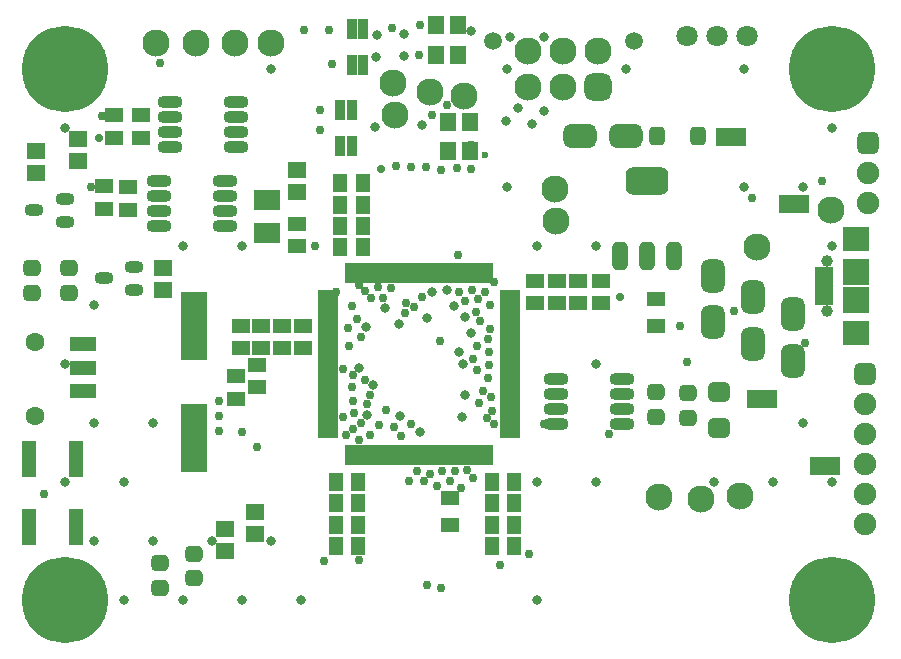
<source format=gts>
G04*
G04 #@! TF.GenerationSoftware,Altium Limited,Altium Designer,23.11.1 (41)*
G04*
G04 Layer_Color=8388736*
%FSLAX44Y44*%
%MOMM*%
G71*
G04*
G04 #@! TF.SameCoordinates,7D8A1DF8-8268-4328-844D-4E12A4ECD314*
G04*
G04*
G04 #@! TF.FilePolarity,Negative*
G04*
G01*
G75*
%ADD42R,2.5000X1.6000*%
G04:AMPARAMS|DCode=43|XSize=1.5mm|YSize=1.4mm|CornerRadius=0.425mm|HoleSize=0mm|Usage=FLASHONLY|Rotation=180.000|XOffset=0mm|YOffset=0mm|HoleType=Round|Shape=RoundedRectangle|*
%AMROUNDEDRECTD43*
21,1,1.5000,0.5500,0,0,180.0*
21,1,0.6500,1.4000,0,0,180.0*
1,1,0.8500,-0.3250,0.2750*
1,1,0.8500,0.3250,0.2750*
1,1,0.8500,0.3250,-0.2750*
1,1,0.8500,-0.3250,-0.2750*
%
%ADD43ROUNDEDRECTD43*%
%ADD44R,1.6000X1.2000*%
%ADD45R,2.3000X5.8000*%
%ADD46R,1.6500X1.4500*%
G04:AMPARAMS|DCode=47|XSize=0.95mm|YSize=1.5mm|CornerRadius=0.3125mm|HoleSize=0mm|Usage=FLASHONLY|Rotation=270.000|XOffset=0mm|YOffset=0mm|HoleType=Round|Shape=RoundedRectangle|*
%AMROUNDEDRECTD47*
21,1,0.9500,0.8750,0,0,270.0*
21,1,0.3250,1.5000,0,0,270.0*
1,1,0.6250,-0.4375,-0.1625*
1,1,0.6250,-0.4375,0.1625*
1,1,0.6250,0.4375,0.1625*
1,1,0.6250,0.4375,-0.1625*
%
%ADD47ROUNDEDRECTD47*%
%ADD48R,1.4500X1.6500*%
%ADD49C,2.3000*%
G04:AMPARAMS|DCode=50|XSize=1.3mm|YSize=2.4mm|CornerRadius=0.4mm|HoleSize=0mm|Usage=FLASHONLY|Rotation=180.000|XOffset=0mm|YOffset=0mm|HoleType=Round|Shape=RoundedRectangle|*
%AMROUNDEDRECTD50*
21,1,1.3000,1.6000,0,0,180.0*
21,1,0.5000,2.4000,0,0,180.0*
1,1,0.8000,-0.2500,0.8000*
1,1,0.8000,0.2500,0.8000*
1,1,0.8000,0.2500,-0.8000*
1,1,0.8000,-0.2500,-0.8000*
%
%ADD50ROUNDEDRECTD50*%
G04:AMPARAMS|DCode=51|XSize=3.6mm|YSize=2.4mm|CornerRadius=0.675mm|HoleSize=0mm|Usage=FLASHONLY|Rotation=180.000|XOffset=0mm|YOffset=0mm|HoleType=Round|Shape=RoundedRectangle|*
%AMROUNDEDRECTD51*
21,1,3.6000,1.0500,0,0,180.0*
21,1,2.2500,2.4000,0,0,180.0*
1,1,1.3500,-1.1250,0.5250*
1,1,1.3500,1.1250,0.5250*
1,1,1.3500,1.1250,-0.5250*
1,1,1.3500,-1.1250,-0.5250*
%
%ADD51ROUNDEDRECTD51*%
G04:AMPARAMS|DCode=52|XSize=0.95mm|YSize=2mm|CornerRadius=0.3125mm|HoleSize=0mm|Usage=FLASHONLY|Rotation=270.000|XOffset=0mm|YOffset=0mm|HoleType=Round|Shape=RoundedRectangle|*
%AMROUNDEDRECTD52*
21,1,0.9500,1.3750,0,0,270.0*
21,1,0.3250,2.0000,0,0,270.0*
1,1,0.6250,-0.6875,-0.1625*
1,1,0.6250,-0.6875,0.1625*
1,1,0.6250,0.6875,0.1625*
1,1,0.6250,0.6875,-0.1625*
%
%ADD52ROUNDEDRECTD52*%
%ADD53R,1.2000X1.6000*%
%ADD54R,1.7750X0.6000*%
%ADD55R,0.6000X1.7750*%
G04:AMPARAMS|DCode=56|XSize=1.6mm|YSize=1.4mm|CornerRadius=0.425mm|HoleSize=0mm|Usage=FLASHONLY|Rotation=270.000|XOffset=0mm|YOffset=0mm|HoleType=Round|Shape=RoundedRectangle|*
%AMROUNDEDRECTD56*
21,1,1.6000,0.5500,0,0,270.0*
21,1,0.7500,1.4000,0,0,270.0*
1,1,0.8500,-0.2750,-0.3750*
1,1,0.8500,-0.2750,0.3750*
1,1,0.8500,0.2750,0.3750*
1,1,0.8500,0.2750,-0.3750*
%
%ADD56ROUNDEDRECTD56*%
%ADD57R,2.2500X1.7000*%
%ADD58R,2.2000X1.3000*%
%ADD59R,1.3000X3.0500*%
%ADD60R,0.8500X1.8000*%
G04:AMPARAMS|DCode=61|XSize=2mm|YSize=2.8mm|CornerRadius=0.575mm|HoleSize=0mm|Usage=FLASHONLY|Rotation=90.000|XOffset=0mm|YOffset=0mm|HoleType=Round|Shape=RoundedRectangle|*
%AMROUNDEDRECTD61*
21,1,2.0000,1.6500,0,0,90.0*
21,1,0.8500,2.8000,0,0,90.0*
1,1,1.1500,0.8250,0.4250*
1,1,1.1500,0.8250,-0.4250*
1,1,1.1500,-0.8250,-0.4250*
1,1,1.1500,-0.8250,0.4250*
%
%ADD61ROUNDEDRECTD61*%
G04:AMPARAMS|DCode=62|XSize=2mm|YSize=2.8mm|CornerRadius=0.575mm|HoleSize=0mm|Usage=FLASHONLY|Rotation=0.000|XOffset=0mm|YOffset=0mm|HoleType=Round|Shape=RoundedRectangle|*
%AMROUNDEDRECTD62*
21,1,2.0000,1.6500,0,0,0.0*
21,1,0.8500,2.8000,0,0,0.0*
1,1,1.1500,0.4250,-0.8250*
1,1,1.1500,-0.4250,-0.8250*
1,1,1.1500,-0.4250,0.8250*
1,1,1.1500,0.4250,0.8250*
%
%ADD62ROUNDEDRECTD62*%
%ADD63R,2.2000X2.2000*%
%ADD64R,2.2000X2.1000*%
%ADD65R,1.6500X0.7000*%
G04:AMPARAMS|DCode=66|XSize=1.9mm|YSize=1.7mm|CornerRadius=0.5mm|HoleSize=0mm|Usage=FLASHONLY|Rotation=180.000|XOffset=0mm|YOffset=0mm|HoleType=Round|Shape=RoundedRectangle|*
%AMROUNDEDRECTD66*
21,1,1.9000,0.7000,0,0,180.0*
21,1,0.9000,1.7000,0,0,180.0*
1,1,1.0000,-0.4500,0.3500*
1,1,1.0000,0.4500,0.3500*
1,1,1.0000,0.4500,-0.3500*
1,1,1.0000,-0.4500,-0.3500*
%
%ADD66ROUNDEDRECTD66*%
%ADD67C,7.3000*%
%ADD68C,1.6000*%
%ADD69C,1.0000*%
%ADD70C,1.9000*%
G04:AMPARAMS|DCode=71|XSize=1.9mm|YSize=1.9mm|CornerRadius=0.55mm|HoleSize=0mm|Usage=FLASHONLY|Rotation=270.000|XOffset=0mm|YOffset=0mm|HoleType=Round|Shape=RoundedRectangle|*
%AMROUNDEDRECTD71*
21,1,1.9000,0.8000,0,0,270.0*
21,1,0.8000,1.9000,0,0,270.0*
1,1,1.1000,-0.4000,-0.4000*
1,1,1.1000,-0.4000,0.4000*
1,1,1.1000,0.4000,0.4000*
1,1,1.1000,0.4000,-0.4000*
%
%ADD71ROUNDEDRECTD71*%
G04:AMPARAMS|DCode=72|XSize=2.3mm|YSize=2.3mm|CornerRadius=0.65mm|HoleSize=0mm|Usage=FLASHONLY|Rotation=90.000|XOffset=0mm|YOffset=0mm|HoleType=Round|Shape=RoundedRectangle|*
%AMROUNDEDRECTD72*
21,1,2.3000,1.0000,0,0,90.0*
21,1,1.0000,2.3000,0,0,90.0*
1,1,1.3000,0.5000,0.5000*
1,1,1.3000,0.5000,-0.5000*
1,1,1.3000,-0.5000,-0.5000*
1,1,1.3000,-0.5000,0.5000*
%
%ADD72ROUNDEDRECTD72*%
%ADD73C,1.5000*%
%ADD74C,1.8000*%
%ADD75C,0.7500*%
%ADD76C,0.8000*%
%ADD77C,0.7000*%
%ADD78C,0.6000*%
D42*
X640500Y220250D02*
D03*
X693433Y163683D02*
D03*
X667433Y385683D02*
D03*
X614500Y442250D02*
D03*
D43*
X131000Y81500D02*
D03*
Y60500D02*
D03*
X578000Y204000D02*
D03*
Y225000D02*
D03*
X54000Y310500D02*
D03*
Y331500D02*
D03*
X22000D02*
D03*
Y310500D02*
D03*
X160000Y68500D02*
D03*
Y89500D02*
D03*
X551000Y205000D02*
D03*
Y226000D02*
D03*
D44*
X252000Y282500D02*
D03*
Y263500D02*
D03*
X199000Y282500D02*
D03*
Y263500D02*
D03*
X216000Y282500D02*
D03*
Y263500D02*
D03*
X234000Y282500D02*
D03*
Y263500D02*
D03*
X504000Y301500D02*
D03*
Y320500D02*
D03*
X485000Y301500D02*
D03*
Y320500D02*
D03*
X467000Y301500D02*
D03*
Y320500D02*
D03*
X448000Y301500D02*
D03*
Y320500D02*
D03*
X376000Y113500D02*
D03*
Y136500D02*
D03*
X551000Y282000D02*
D03*
Y305000D02*
D03*
X247000Y349500D02*
D03*
Y368500D02*
D03*
X104000Y399500D02*
D03*
Y380500D02*
D03*
X83000Y400500D02*
D03*
Y381500D02*
D03*
X213000Y249500D02*
D03*
Y230500D02*
D03*
X195000Y239500D02*
D03*
Y220500D02*
D03*
X92000Y460500D02*
D03*
Y441500D02*
D03*
X115000Y460500D02*
D03*
Y441500D02*
D03*
D45*
X160000Y187500D02*
D03*
Y282500D02*
D03*
D46*
X186000Y91750D02*
D03*
Y110250D02*
D03*
X211000Y105750D02*
D03*
Y124250D02*
D03*
X247000Y395750D02*
D03*
Y414250D02*
D03*
X61000Y440250D02*
D03*
Y421750D02*
D03*
X26000Y430250D02*
D03*
Y411750D02*
D03*
X133000Y331250D02*
D03*
Y312750D02*
D03*
D47*
X83000Y322500D02*
D03*
X109000Y332000D02*
D03*
Y313000D02*
D03*
X50000Y370500D02*
D03*
Y389500D02*
D03*
X24000Y380000D02*
D03*
D48*
X383250Y537000D02*
D03*
X364750D02*
D03*
X364500Y512000D02*
D03*
X383000D02*
D03*
X393250Y455000D02*
D03*
X374750D02*
D03*
X393250Y430000D02*
D03*
X374750D02*
D03*
D49*
X636000Y349000D02*
D03*
X465000Y398000D02*
D03*
X466000Y371000D02*
D03*
X699000Y380000D02*
D03*
X622000Y138000D02*
D03*
X330000Y461000D02*
D03*
X388000Y477000D02*
D03*
X328000Y488000D02*
D03*
X359000Y480000D02*
D03*
X127000Y522000D02*
D03*
X161000D02*
D03*
X225000D02*
D03*
X194000D02*
D03*
X553000Y137000D02*
D03*
X589000Y136000D02*
D03*
X442000Y484555D02*
D03*
X472000D02*
D03*
X442000Y514555D02*
D03*
X472000D02*
D03*
X502000D02*
D03*
D50*
X520000Y341500D02*
D03*
X543000D02*
D03*
X566000D02*
D03*
D51*
X543000Y404500D02*
D03*
D52*
X466000Y237050D02*
D03*
Y224350D02*
D03*
Y211650D02*
D03*
Y198950D02*
D03*
X522000Y237050D02*
D03*
Y224350D02*
D03*
Y211650D02*
D03*
Y198950D02*
D03*
X186000Y366950D02*
D03*
Y379650D02*
D03*
Y392350D02*
D03*
Y405050D02*
D03*
X130000Y366950D02*
D03*
Y379650D02*
D03*
Y392350D02*
D03*
Y405050D02*
D03*
X195000Y433950D02*
D03*
Y446650D02*
D03*
Y459350D02*
D03*
Y472050D02*
D03*
X139000Y433950D02*
D03*
Y446650D02*
D03*
Y459350D02*
D03*
Y472050D02*
D03*
D53*
X302500Y403000D02*
D03*
X283500D02*
D03*
X302500Y385000D02*
D03*
X283500D02*
D03*
X302500Y367000D02*
D03*
X283500D02*
D03*
X302500Y349000D02*
D03*
X283500D02*
D03*
X279500Y96000D02*
D03*
X298500D02*
D03*
X279500Y114000D02*
D03*
X298500D02*
D03*
X279500Y132000D02*
D03*
X298500D02*
D03*
X279500Y150000D02*
D03*
X298500D02*
D03*
X411500Y96000D02*
D03*
X430500D02*
D03*
X411500Y114000D02*
D03*
X430500D02*
D03*
X411500Y132000D02*
D03*
X430500D02*
D03*
X411500Y150000D02*
D03*
X430500D02*
D03*
D54*
X272620Y310000D02*
D03*
Y305000D02*
D03*
Y300000D02*
D03*
Y295000D02*
D03*
Y290000D02*
D03*
Y285000D02*
D03*
Y280000D02*
D03*
Y275000D02*
D03*
Y270000D02*
D03*
Y265000D02*
D03*
Y260000D02*
D03*
Y255000D02*
D03*
Y250000D02*
D03*
Y245000D02*
D03*
Y240000D02*
D03*
Y235000D02*
D03*
Y230000D02*
D03*
Y225000D02*
D03*
Y220000D02*
D03*
Y215000D02*
D03*
Y210000D02*
D03*
Y205000D02*
D03*
Y200000D02*
D03*
Y195000D02*
D03*
Y190000D02*
D03*
X427380D02*
D03*
Y195000D02*
D03*
Y200000D02*
D03*
Y205000D02*
D03*
Y210000D02*
D03*
Y215000D02*
D03*
Y220000D02*
D03*
Y225000D02*
D03*
Y230000D02*
D03*
Y235000D02*
D03*
Y240000D02*
D03*
Y245000D02*
D03*
Y250000D02*
D03*
Y255000D02*
D03*
Y260000D02*
D03*
Y265000D02*
D03*
Y270000D02*
D03*
Y275000D02*
D03*
Y280000D02*
D03*
Y285000D02*
D03*
Y290000D02*
D03*
Y295000D02*
D03*
Y300000D02*
D03*
Y305000D02*
D03*
Y310000D02*
D03*
D55*
X290000Y172620D02*
D03*
X295000D02*
D03*
X300000D02*
D03*
X305000D02*
D03*
X310000D02*
D03*
X315000D02*
D03*
X320000D02*
D03*
X325000D02*
D03*
X330000D02*
D03*
X335000D02*
D03*
X340000D02*
D03*
X345000D02*
D03*
X350000D02*
D03*
X355000D02*
D03*
X360000D02*
D03*
X365000D02*
D03*
X370000D02*
D03*
X375000D02*
D03*
X380000D02*
D03*
X385000D02*
D03*
X390000D02*
D03*
X395000D02*
D03*
X400000D02*
D03*
X405000D02*
D03*
X410000D02*
D03*
Y327380D02*
D03*
X405000D02*
D03*
X400000D02*
D03*
X395000D02*
D03*
X390000D02*
D03*
X385000D02*
D03*
X380000D02*
D03*
X375000D02*
D03*
X370000D02*
D03*
X365000D02*
D03*
X360000D02*
D03*
X355000D02*
D03*
X350000D02*
D03*
X345000D02*
D03*
X340000D02*
D03*
X335000D02*
D03*
X330000D02*
D03*
X325000D02*
D03*
X320000D02*
D03*
X315000D02*
D03*
X310000D02*
D03*
X305000D02*
D03*
X300000D02*
D03*
X295000D02*
D03*
X290000D02*
D03*
D56*
X586500Y443000D02*
D03*
X551500D02*
D03*
D57*
X221000Y361000D02*
D03*
Y389000D02*
D03*
D58*
X65500Y267000D02*
D03*
Y247000D02*
D03*
Y227000D02*
D03*
D59*
X20000Y112250D02*
D03*
Y169750D02*
D03*
X60000Y112250D02*
D03*
Y169750D02*
D03*
D60*
X293000Y503000D02*
D03*
X303000Y533500D02*
D03*
X293000D02*
D03*
X303000Y503000D02*
D03*
X293000Y465250D02*
D03*
X283000Y434750D02*
D03*
X293000D02*
D03*
X283000Y465250D02*
D03*
D61*
X525750Y443000D02*
D03*
X486250D02*
D03*
D62*
X667000Y252500D02*
D03*
Y292000D02*
D03*
X633000Y267250D02*
D03*
Y306750D02*
D03*
X599000Y285250D02*
D03*
Y324750D02*
D03*
D63*
X720000Y304000D02*
D03*
Y328000D02*
D03*
D64*
Y276000D02*
D03*
Y356000D02*
D03*
D65*
X693250Y303000D02*
D03*
Y329000D02*
D03*
Y309500D02*
D03*
Y316000D02*
D03*
Y322500D02*
D03*
D66*
X604000Y226000D02*
D03*
Y196000D02*
D03*
D67*
X700000Y50000D02*
D03*
X700000Y500000D02*
D03*
X50000Y500000D02*
D03*
X50000Y50000D02*
D03*
D68*
X25000Y268250D02*
D03*
Y205750D02*
D03*
D69*
X695500Y295250D02*
D03*
Y336750D02*
D03*
D70*
X728000Y114500D02*
D03*
Y139900D02*
D03*
Y190700D02*
D03*
Y216100D02*
D03*
Y165300D02*
D03*
X730000Y411600D02*
D03*
Y386200D02*
D03*
D71*
X728000Y241500D02*
D03*
X730000Y437000D02*
D03*
D72*
X502000Y484555D02*
D03*
D73*
X531690Y523445D02*
D03*
X412310D02*
D03*
D74*
X602600Y528000D02*
D03*
X577200D02*
D03*
X628000D02*
D03*
D75*
X299383Y316882D02*
D03*
X315750Y314885D02*
D03*
X326250Y314000D02*
D03*
X286000Y246000D02*
D03*
X375400Y434862D02*
D03*
X408036Y204611D02*
D03*
X413367Y199280D02*
D03*
X412030Y210280D02*
D03*
X400661Y217320D02*
D03*
X293070Y299070D02*
D03*
X320000Y306000D02*
D03*
X298000Y288000D02*
D03*
X309712Y305712D02*
D03*
X339000Y302000D02*
D03*
X346000Y298000D02*
D03*
X338000Y293000D02*
D03*
X353000Y307000D02*
D03*
X398000Y294000D02*
D03*
X410000Y300250D02*
D03*
X456030Y199030D02*
D03*
X411000Y221977D02*
D03*
X404581Y227161D02*
D03*
X408800Y271250D02*
D03*
X408940Y248881D02*
D03*
X408800Y237881D02*
D03*
X395734Y254381D02*
D03*
X408940Y260250D02*
D03*
X399000Y245000D02*
D03*
X401518Y286365D02*
D03*
X410000Y279750D02*
D03*
X299317Y84051D02*
D03*
X269826Y83250D02*
D03*
X247000Y368500D02*
D03*
X393250Y455000D02*
D03*
X393817Y435750D02*
D03*
X720000Y272250D02*
D03*
X677000Y268000D02*
D03*
X304500Y312125D02*
D03*
X280004Y310750D02*
D03*
X383000Y342000D02*
D03*
X365000Y147000D02*
D03*
X385759Y145241D02*
D03*
X359240Y157000D02*
D03*
X369740Y159000D02*
D03*
X348740D02*
D03*
X376000Y151000D02*
D03*
X390740Y160000D02*
D03*
X380240Y159000D02*
D03*
X395390Y153360D02*
D03*
X354000Y151125D02*
D03*
X342000Y151000D02*
D03*
X329000Y197000D02*
D03*
X343000Y199000D02*
D03*
X334750Y189230D02*
D03*
X299220Y185280D02*
D03*
X309000Y190000D02*
D03*
X316000Y198000D02*
D03*
X322000Y211000D02*
D03*
X288000Y190000D02*
D03*
X286000Y204750D02*
D03*
X304000Y236000D02*
D03*
X294000Y240750D02*
D03*
Y218750D02*
D03*
X309000Y224000D02*
D03*
X293000Y230250D02*
D03*
X295000Y208250D02*
D03*
X306000Y216000D02*
D03*
X301000Y273000D02*
D03*
X290000Y280250D02*
D03*
X291000Y265000D02*
D03*
X72500Y400000D02*
D03*
X389000Y303000D02*
D03*
X383599Y311000D02*
D03*
X405599Y310795D02*
D03*
X400000Y305000D02*
D03*
X394599Y312420D02*
D03*
X419000Y80000D02*
D03*
X443000Y89000D02*
D03*
X369050Y60500D02*
D03*
X357000Y63000D02*
D03*
X686000Y163000D02*
D03*
X636000Y223500D02*
D03*
X327000Y534500D02*
D03*
X351000Y537000D02*
D03*
X180500Y192850D02*
D03*
Y205550D02*
D03*
Y218250D02*
D03*
X198000Y219000D02*
D03*
X199000Y263500D02*
D03*
Y282500D02*
D03*
X500000Y303000D02*
D03*
X183000Y392000D02*
D03*
X131000Y505000D02*
D03*
X414000Y319000D02*
D03*
X301000Y200000D02*
D03*
X294000Y195000D02*
D03*
X368000Y269500D02*
D03*
X663000Y252000D02*
D03*
X511000Y191000D02*
D03*
X361000Y481000D02*
D03*
X577000Y252000D02*
D03*
X590000Y137000D02*
D03*
X82000Y460000D02*
D03*
X551000Y282000D02*
D03*
X26000Y430250D02*
D03*
X50000Y390000D02*
D03*
X283500Y403000D02*
D03*
X485000Y443000D02*
D03*
X369000Y414000D02*
D03*
X343000Y417000D02*
D03*
X356000D02*
D03*
X632000Y390500D02*
D03*
X83000Y381000D02*
D03*
X331000Y418000D02*
D03*
X691000Y405100D02*
D03*
X199000Y472000D02*
D03*
X302500Y403000D02*
D03*
X262000Y350000D02*
D03*
X189000Y405000D02*
D03*
X374000Y469000D02*
D03*
X130000Y366950D02*
D03*
X571000Y282000D02*
D03*
X113000Y313000D02*
D03*
X129000Y405000D02*
D03*
X131000Y60500D02*
D03*
X213000Y180000D02*
D03*
X200000Y192000D02*
D03*
X60000Y167000D02*
D03*
X33000Y140000D02*
D03*
X65000Y247000D02*
D03*
X52000Y331000D02*
D03*
X22000Y311000D02*
D03*
X294172Y436461D02*
D03*
X293000Y462250D02*
D03*
X329000Y460000D02*
D03*
Y490000D02*
D03*
X383250Y536000D02*
D03*
X617000Y295000D02*
D03*
X599000Y324750D02*
D03*
X667000Y294000D02*
D03*
X382000Y416000D02*
D03*
X394000Y415000D02*
D03*
X520000Y346000D02*
D03*
X544000Y342000D02*
D03*
X566000Y341000D02*
D03*
X604000Y196000D02*
D03*
X603000Y226000D02*
D03*
X578000Y224000D02*
D03*
X551000Y225000D02*
D03*
X611000Y443500D02*
D03*
X586000Y443000D02*
D03*
X65000Y227000D02*
D03*
Y267000D02*
D03*
X20000Y169000D02*
D03*
X399000Y265000D02*
D03*
X266000Y465000D02*
D03*
Y448000D02*
D03*
X283000Y462250D02*
D03*
X276000Y504000D02*
D03*
X274000Y533000D02*
D03*
X390000Y476000D02*
D03*
X383000Y513000D02*
D03*
X350000Y512000D02*
D03*
X252500Y533000D02*
D03*
X282000Y436000D02*
D03*
X303000Y505000D02*
D03*
Y536000D02*
D03*
X361500Y461000D02*
D03*
D76*
X386393Y205393D02*
D03*
X357000Y289000D02*
D03*
X333000Y284000D02*
D03*
X700000Y450000D02*
D03*
Y350000D02*
D03*
Y150000D02*
D03*
X675000Y400000D02*
D03*
Y200000D02*
D03*
X650000Y150000D02*
D03*
X625000Y500000D02*
D03*
Y400000D02*
D03*
X600000Y150000D02*
D03*
X525000Y500000D02*
D03*
X500000Y350000D02*
D03*
Y250000D02*
D03*
Y150000D02*
D03*
X450000Y350000D02*
D03*
Y150000D02*
D03*
Y50000D02*
D03*
X425000Y500000D02*
D03*
Y400000D02*
D03*
X250000Y50000D02*
D03*
X225000Y500000D02*
D03*
X200000Y350000D02*
D03*
X225000Y100000D02*
D03*
X200000Y50000D02*
D03*
X150000Y350000D02*
D03*
X175000Y100000D02*
D03*
X150000Y50000D02*
D03*
X125000Y200000D02*
D03*
X100000Y150000D02*
D03*
X125000Y100000D02*
D03*
X100000Y50000D02*
D03*
X50000Y450000D02*
D03*
X75000Y300000D02*
D03*
X50000Y250000D02*
D03*
X75000Y200000D02*
D03*
X50000Y150000D02*
D03*
X75000Y100000D02*
D03*
X374000Y313000D02*
D03*
X361000Y311000D02*
D03*
X445844Y453120D02*
D03*
X456000Y464000D02*
D03*
X424000Y456000D02*
D03*
X434000Y467000D02*
D03*
X337000Y529000D02*
D03*
X314345Y528778D02*
D03*
X314000Y510000D02*
D03*
X337000Y511000D02*
D03*
X394000Y532000D02*
D03*
X456000Y527000D02*
D03*
X427000D02*
D03*
X353000Y452000D02*
D03*
X313000Y451000D02*
D03*
X380000Y299000D02*
D03*
X389000Y290000D02*
D03*
X394000Y276000D02*
D03*
X384000Y260000D02*
D03*
X387000Y250000D02*
D03*
X389000Y224000D02*
D03*
X351000Y192000D02*
D03*
X334000Y206000D02*
D03*
X306000Y207000D02*
D03*
X311000Y232000D02*
D03*
X299000Y247000D02*
D03*
X305000Y281000D02*
D03*
X321000Y297000D02*
D03*
X680000Y70000D02*
D03*
X672500Y50000D02*
D03*
X680000Y30000D02*
D03*
X700000Y22500D02*
D03*
X720000Y30000D02*
D03*
X727500Y50000D02*
D03*
X720000Y70000D02*
D03*
X700000Y77500D02*
D03*
X700000Y527500D02*
D03*
X720000Y520000D02*
D03*
X727500Y500000D02*
D03*
X720000Y480000D02*
D03*
X700000Y472500D02*
D03*
X680000Y480000D02*
D03*
X672500Y500000D02*
D03*
X680000Y520000D02*
D03*
X50000Y527500D02*
D03*
X70000Y520000D02*
D03*
X77500Y500000D02*
D03*
X70000Y480000D02*
D03*
X50000Y472500D02*
D03*
X30000Y480000D02*
D03*
X22500Y500000D02*
D03*
X30000Y520000D02*
D03*
X50000Y77500D02*
D03*
X70000Y70000D02*
D03*
X77500Y50000D02*
D03*
X70000Y30000D02*
D03*
X50000Y22500D02*
D03*
X30000Y30000D02*
D03*
X22500Y50000D02*
D03*
X30000Y70000D02*
D03*
D77*
X318000Y415000D02*
D03*
X520000Y307000D02*
D03*
X79000Y441000D02*
D03*
X667000Y385000D02*
D03*
D78*
X406000Y427000D02*
D03*
M02*

</source>
